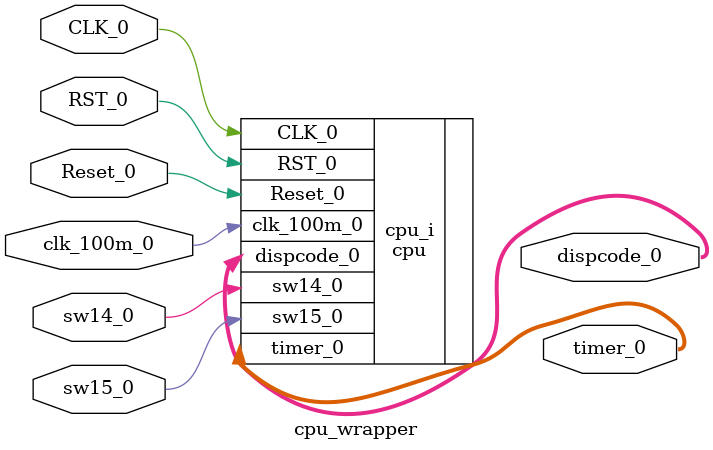
<source format=v>
`timescale 1 ps / 1 ps

module cpu_wrapper
   (CLK_0,
    RST_0,
    Reset_0,
    clk_100m_0,
    dispcode_0,
    sw14_0,
    sw15_0,
    timer_0);
  input CLK_0;
  input RST_0;
  input Reset_0;
  input clk_100m_0;
  output [7:0]dispcode_0;
  input sw14_0;
  input sw15_0;
  output [3:0]timer_0;

  wire CLK_0;
  wire RST_0;
  wire Reset_0;
  wire clk_100m_0;
  wire [7:0]dispcode_0;
  wire sw14_0;
  wire sw15_0;
  wire [3:0]timer_0;

  cpu cpu_i
       (.CLK_0(CLK_0),
        .RST_0(RST_0),
        .Reset_0(Reset_0),
        .clk_100m_0(clk_100m_0),
        .dispcode_0(dispcode_0),
        .sw14_0(sw14_0),
        .sw15_0(sw15_0),
        .timer_0(timer_0));
endmodule

</source>
